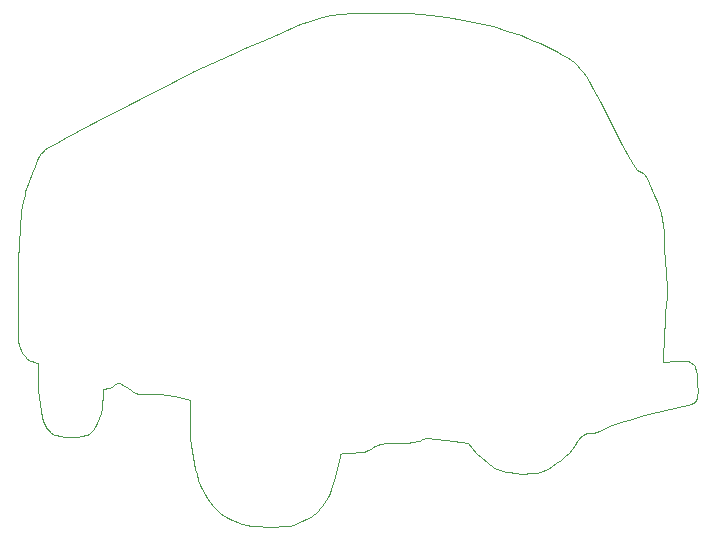
<source format=gbr>
G04 #@! TF.GenerationSoftware,KiCad,Pcbnew,(5.1.2)-1*
G04 #@! TF.CreationDate,2019-05-18T15:03:22-05:00*
G04 #@! TF.ProjectId,van-sao,76616e2d-7361-46f2-9e6b-696361645f70,rev?*
G04 #@! TF.SameCoordinates,Original*
G04 #@! TF.FileFunction,Profile,NP*
%FSLAX46Y46*%
G04 Gerber Fmt 4.6, Leading zero omitted, Abs format (unit mm)*
G04 Created by KiCad (PCBNEW (5.1.2)-1) date 2019-05-18 15:03:22*
%MOMM*%
%LPD*%
G04 APERTURE LIST*
%ADD10C,0.100000*%
G04 APERTURE END LIST*
D10*
X-2220703Y21603516D02*
X-2681673Y21511986D01*
X-2681673Y21511986D02*
X-3277370Y21341432D01*
X-3277370Y21341432D02*
X-4003426Y21094890D01*
X-4003426Y21094890D02*
X-4855469Y20775391D01*
X-4855469Y20775391D02*
X-5823413Y20376075D01*
X-5823413Y20376075D02*
X-6901489Y19903242D01*
X-6901489Y19903242D02*
X-8091810Y19379667D01*
X-8091810Y19379667D02*
X-9396484Y18828125D01*
X-9396484Y18828125D02*
X-10829071Y18216935D01*
X-10829071Y18216935D02*
X-12323164Y17535542D01*
X-12323164Y17535542D02*
X-13877939Y16790499D01*
X-13877939Y16790499D02*
X-15492572Y15988357D01*
X-15492572Y15988357D02*
X-18898116Y14238985D01*
X-18898116Y14238985D02*
X-22533203Y12339844D01*
X-22533203Y12339844D02*
X-24910289Y11089127D01*
X-24910289Y11089127D02*
X-25659031Y10675196D01*
X-25659031Y10675196D02*
X-26185547Y10355469D01*
X-26185547Y10355469D02*
X-26543247Y10092995D01*
X-26543247Y10092995D02*
X-26674712Y9972523D01*
X-26674712Y9972523D02*
X-26782764Y9854239D01*
X-26782764Y9854239D02*
X-26953165Y9609262D01*
X-26953165Y9609262D02*
X-27103516Y9328125D01*
X-27103516Y9328125D02*
X-27351359Y8796780D01*
X-27351359Y8796780D02*
X-27601824Y8184711D01*
X-27601824Y8184711D02*
X-27843858Y7527163D01*
X-27843858Y7527163D02*
X-28066406Y6859375D01*
X-28066406Y6859375D02*
X-28120376Y6633710D01*
X-28120376Y6633710D02*
X-28167966Y6416016D01*
X-28167966Y6416016D02*
X-28192106Y6352256D01*
X-28192106Y6352256D02*
X-28187506Y6322266D01*
X-28187506Y6322266D02*
X-28316879Y5813263D01*
X-28316879Y5813263D02*
X-28402349Y5378906D01*
X-28402349Y5378906D02*
X-28410049Y5342436D01*
X-28410049Y5342436D02*
X-28410184Y5347636D01*
X-28410184Y5347636D02*
X-28484124Y5046298D01*
X-28484124Y5046298D02*
X-28521804Y4895351D01*
X-28521804Y4895351D02*
X-28537134Y4785136D01*
X-28537134Y4785136D02*
X-28568374Y3720168D01*
X-28568374Y3720168D02*
X-28660184Y2037089D01*
X-28660184Y2037089D02*
X-28711924Y964510D01*
X-28711924Y964510D02*
X-28752694Y-385540D01*
X-28752694Y-385540D02*
X-28778454Y-1841170D01*
X-28778454Y-1841170D02*
X-28785154Y-3230489D01*
X-28785154Y-3230489D02*
X-28769804Y-4981757D01*
X-28769804Y-4981757D02*
X-28750524Y-5567220D01*
X-28750524Y-5567220D02*
X-28718744Y-6007832D01*
X-28718744Y-6007832D02*
X-28669684Y-6340925D01*
X-28669684Y-6340925D02*
X-28599314Y-6601030D01*
X-28599314Y-6601030D02*
X-28505164Y-6820396D01*
X-28505164Y-6820396D02*
X-28384764Y-7031270D01*
X-28384764Y-7031270D02*
X-28179512Y-7315381D01*
X-28179512Y-7315381D02*
X-27952309Y-7538503D01*
X-27952309Y-7538503D02*
X-27830749Y-7626503D01*
X-27830749Y-7626503D02*
X-27704028Y-7698433D01*
X-27704028Y-7698433D02*
X-27572257Y-7754023D01*
X-27572257Y-7754023D02*
X-27435545Y-7792983D01*
X-27435545Y-7792983D02*
X-27162107Y-7867203D01*
X-27162107Y-7867203D02*
X-27094807Y-7904863D01*
X-27094807Y-7904863D02*
X-27058587Y-7949233D01*
X-27058587Y-7949233D02*
X-27038307Y-8019773D01*
X-27038307Y-8019773D02*
X-27032207Y-8133799D01*
X-27032207Y-8133799D02*
X-27060607Y-8517593D01*
X-27060607Y-8517593D02*
X-27084687Y-8965208D01*
X-27084687Y-8965208D02*
X-27076587Y-9516159D01*
X-27076587Y-9516159D02*
X-27040947Y-10131792D01*
X-27040947Y-10131792D02*
X-26982517Y-10773453D01*
X-26982517Y-10773453D02*
X-26906257Y-11400351D01*
X-26906257Y-11400351D02*
X-26815677Y-11972825D01*
X-26815677Y-11972825D02*
X-26713301Y-12453913D01*
X-26713301Y-12453913D02*
X-26601663Y-12806656D01*
X-26601663Y-12806656D02*
X-26432418Y-13177291D01*
X-26432418Y-13177291D02*
X-26255904Y-13477663D01*
X-26255904Y-13477663D02*
X-26160484Y-13603299D01*
X-26160484Y-13603299D02*
X-26057930Y-13713528D01*
X-26057930Y-13713528D02*
X-25946466Y-13809068D01*
X-25946466Y-13809068D02*
X-25824316Y-13890638D01*
X-25824316Y-13890638D02*
X-25690778Y-13958668D01*
X-25690778Y-13958668D02*
X-25545256Y-14013878D01*
X-25545256Y-14013878D02*
X-25211812Y-14090458D01*
X-25211812Y-14090458D02*
X-24811084Y-14129628D01*
X-24811084Y-14129628D02*
X-24330175Y-14140628D01*
X-24330175Y-14140628D02*
X-23687699Y-14124848D01*
X-23687699Y-14124848D02*
X-23437907Y-14102548D01*
X-23437907Y-14102548D02*
X-23224706Y-14068358D01*
X-23224706Y-14068358D02*
X-23040065Y-14019858D01*
X-23040065Y-14019858D02*
X-22876936Y-13955158D01*
X-22876936Y-13955158D02*
X-22728512Y-13873328D01*
X-22728512Y-13873328D02*
X-22587988Y-13773448D01*
X-22587988Y-13773448D02*
X-22482516Y-13678818D01*
X-22482516Y-13678818D02*
X-22381757Y-13565416D01*
X-22381757Y-13565416D02*
X-22195000Y-13287982D01*
X-22195000Y-13287982D02*
X-22028955Y-12952501D01*
X-22028955Y-12952501D02*
X-21884863Y-12570325D01*
X-21884863Y-12570325D02*
X-21765356Y-12152788D01*
X-21765356Y-12152788D02*
X-21674956Y-11711658D01*
X-21674956Y-11711658D02*
X-21617736Y-11258944D01*
X-21617736Y-11258944D02*
X-21597756Y-10806654D01*
X-21597756Y-10806654D02*
X-21584356Y-10418334D01*
X-21584356Y-10418334D02*
X-21545026Y-10187513D01*
X-21545026Y-10187513D02*
X-21518836Y-10128123D01*
X-21518836Y-10128123D02*
X-21492296Y-10097673D01*
X-21492296Y-10097673D02*
X-21460706Y-10081833D01*
X-21460706Y-10081833D02*
X-21412216Y-10076233D01*
X-21412216Y-10076233D02*
X-21246681Y-10051493D01*
X-21246681Y-10051493D02*
X-21048935Y-9986393D01*
X-21048935Y-9986393D02*
X-20829912Y-9892383D01*
X-20829912Y-9892383D02*
X-20613388Y-9777405D01*
X-20613388Y-9777405D02*
X-20334091Y-9628967D01*
X-20334091Y-9628967D02*
X-20239631Y-9604137D01*
X-20239631Y-9604137D02*
X-20150501Y-9609437D01*
X-20150501Y-9609437D02*
X-20041180Y-9649057D01*
X-20041180Y-9649057D02*
X-19896526Y-9730497D01*
X-19896526Y-9730497D02*
X-19457141Y-10033260D01*
X-19457141Y-10033260D02*
X-19208788Y-10207508D01*
X-19208788Y-10207508D02*
X-18993665Y-10342624D01*
X-18993665Y-10342624D02*
X-18792017Y-10442204D01*
X-18792017Y-10442204D02*
X-18584094Y-10509824D01*
X-18584094Y-10509824D02*
X-18352599Y-10549414D01*
X-18352599Y-10549414D02*
X-18079439Y-10566294D01*
X-18079439Y-10566294D02*
X-17324329Y-10554744D01*
X-17324329Y-10554744D02*
X-16699216Y-10554733D01*
X-16699216Y-10554733D02*
X-16113452Y-10595543D01*
X-16113452Y-10595543D02*
X-15574533Y-10676013D01*
X-15574533Y-10676013D02*
X-15089954Y-10794973D01*
X-15089954Y-10794973D02*
X-14207141Y-11062551D01*
X-14207141Y-11062551D02*
X-14201241Y-13078176D01*
X-14201241Y-13078176D02*
X-14191171Y-13671529D01*
X-14191171Y-13671529D02*
X-14163461Y-14247764D01*
X-14163461Y-14247764D02*
X-14118211Y-14806442D01*
X-14118211Y-14806442D02*
X-14055521Y-15347123D01*
X-14055521Y-15347123D02*
X-13975491Y-15869368D01*
X-13975491Y-15869368D02*
X-13878211Y-16372737D01*
X-13878211Y-16372737D02*
X-13763785Y-16856791D01*
X-13763785Y-16856791D02*
X-13632311Y-17321089D01*
X-13632311Y-17321089D02*
X-13483888Y-17765193D01*
X-13483888Y-17765193D02*
X-13318612Y-18188662D01*
X-13318612Y-18188662D02*
X-13136584Y-18591057D01*
X-13136584Y-18591057D02*
X-12937901Y-18971939D01*
X-12937901Y-18971939D02*
X-12722661Y-19330867D01*
X-12722661Y-19330867D02*
X-12490963Y-19667402D01*
X-12490963Y-19667402D02*
X-12242906Y-19981105D01*
X-12242906Y-19981105D02*
X-11978587Y-20271535D01*
X-11978587Y-20271535D02*
X-11767464Y-20479785D01*
X-11767464Y-20479785D02*
X-11571551Y-20653538D01*
X-11571551Y-20653538D02*
X-11377028Y-20801639D01*
X-11377028Y-20801639D02*
X-11170071Y-20932930D01*
X-11170071Y-20932930D02*
X-10936860Y-21056253D01*
X-10936860Y-21056253D02*
X-10663572Y-21180452D01*
X-10663572Y-21180452D02*
X-9941477Y-21466848D01*
X-9941477Y-21466848D02*
X-9951277Y-21482478D01*
X-9951277Y-21482478D02*
X-9859477Y-21515678D01*
X-9859477Y-21515678D02*
X-9693916Y-21566198D01*
X-9693916Y-21566198D02*
X-9488329Y-21609648D01*
X-9488329Y-21609648D02*
X-8974711Y-21677788D01*
X-8974711Y-21677788D02*
X-8357698Y-21723478D01*
X-8357698Y-21723478D02*
X-7685649Y-21746148D01*
X-7685649Y-21746148D02*
X-7007971Y-21745296D01*
X-7007971Y-21745296D02*
X-6371088Y-21719856D01*
X-6371088Y-21719856D02*
X-5819708Y-21668006D01*
X-5819708Y-21668006D02*
X-5398540Y-21587946D01*
X-5398540Y-21587946D02*
X-5092969Y-21480904D01*
X-5092969Y-21480904D02*
X-4727465Y-21318823D01*
X-4727465Y-21318823D02*
X-4344471Y-21122358D01*
X-4344471Y-21122358D02*
X-3986430Y-20912164D01*
X-3986430Y-20912164D02*
X-3759681Y-20757875D01*
X-3759681Y-20757875D02*
X-3546993Y-20590643D01*
X-3546993Y-20590643D02*
X-3347466Y-20408567D01*
X-3347466Y-20408567D02*
X-3160199Y-20209747D01*
X-3160199Y-20209747D02*
X-2984292Y-19992284D01*
X-2984292Y-19992284D02*
X-2818845Y-19754278D01*
X-2818845Y-19754278D02*
X-2662957Y-19493830D01*
X-2662957Y-19493830D02*
X-2515727Y-19209039D01*
X-2515727Y-19209039D02*
X-2376075Y-18898004D01*
X-2376075Y-18898004D02*
X-2242827Y-18558663D01*
X-2242827Y-18558663D02*
X-1991387Y-17786528D01*
X-1991387Y-17786528D02*
X-1753093Y-16875550D01*
X-1753093Y-16875550D02*
X-1519633Y-15808649D01*
X-1519633Y-15808649D02*
X-1493173Y-15703473D01*
X-1493173Y-15703473D02*
X-1461043Y-15632863D01*
X-1461043Y-15632863D02*
X-1416723Y-15586493D01*
X-1416723Y-15586493D02*
X-1341903Y-15550833D01*
X-1341903Y-15550833D02*
X-1218048Y-15523023D01*
X-1218048Y-15523023D02*
X-1036528Y-15504873D01*
X-1036528Y-15504873D02*
X-470809Y-15490283D01*
X-470809Y-15490283D02*
X79800Y-15466863D01*
X79800Y-15466863D02*
X313096Y-15437603D01*
X313096Y-15437603D02*
X526622Y-15394603D01*
X526622Y-15394603D02*
X726553Y-15336343D01*
X726553Y-15336343D02*
X919064Y-15261293D01*
X919064Y-15261293D02*
X1110333Y-15167933D01*
X1110333Y-15167933D02*
X1306535Y-15054732D01*
X1306535Y-15054732D02*
X1511205Y-14935116D01*
X1511205Y-14935116D02*
X1700905Y-14842076D01*
X1700905Y-14842076D02*
X1892638Y-14771866D01*
X1892638Y-14771866D02*
X2103410Y-14720746D01*
X2103410Y-14720746D02*
X2350655Y-14685426D01*
X2350655Y-14685426D02*
X2650540Y-14663356D01*
X2650540Y-14663356D02*
X3468644Y-14648476D01*
X3468644Y-14648476D02*
X4157370Y-14633796D01*
X4157370Y-14633796D02*
X4704972Y-14589886D01*
X4704972Y-14589886D02*
X5110122Y-14517346D01*
X5110122Y-14517346D02*
X5260925Y-14467136D01*
X5260925Y-14467136D02*
X5378800Y-14404346D01*
X5378800Y-14404346D02*
X5477460Y-14347166D01*
X5477460Y-14347166D02*
X5593357Y-14306926D01*
X5593357Y-14306926D02*
X5743088Y-14283656D01*
X5743088Y-14283656D02*
X5943250Y-14277356D01*
X5943250Y-14277356D02*
X6548717Y-14319936D01*
X6548717Y-14319936D02*
X7509657Y-14439465D01*
X7509657Y-14439465D02*
X9333875Y-14685559D01*
X9333875Y-14685559D02*
X10064344Y-15498059D01*
X10064344Y-15498059D02*
X10494517Y-15942588D01*
X10494517Y-15942588D02*
X10924773Y-16315806D01*
X10924773Y-16315806D02*
X11142469Y-16476835D01*
X11142469Y-16476835D02*
X11363231Y-16621429D01*
X11363231Y-16621429D02*
X11588074Y-16750053D01*
X11588074Y-16750053D02*
X11818013Y-16863171D01*
X11818013Y-16863171D02*
X12054063Y-16961251D01*
X12054063Y-16961251D02*
X12297238Y-17044751D01*
X12297238Y-17044751D02*
X12548555Y-17114141D01*
X12548555Y-17114141D02*
X12809028Y-17169881D01*
X12809028Y-17169881D02*
X13361502Y-17242271D01*
X13361502Y-17242271D02*
X13962782Y-17265641D01*
X13962782Y-17265641D02*
X14672133Y-17248271D01*
X14672133Y-17248271D02*
X14958641Y-17223641D01*
X14958641Y-17223641D02*
X15212509Y-17185921D01*
X15212509Y-17185921D02*
X15443340Y-17133261D01*
X15443340Y-17133261D02*
X15660737Y-17063821D01*
X15660737Y-17063821D02*
X15874303Y-16975751D01*
X15874303Y-16975751D02*
X16093641Y-16867205D01*
X16093641Y-16867205D02*
X16462537Y-16651659D01*
X16462537Y-16651659D02*
X16836522Y-16395713D01*
X16836522Y-16395713D02*
X17205308Y-16108715D01*
X17205308Y-16108715D02*
X17558608Y-15800015D01*
X17558608Y-15800015D02*
X17886137Y-15478962D01*
X17886137Y-15478962D02*
X18177606Y-15154905D01*
X18177606Y-15154905D02*
X18422729Y-14837192D01*
X18422729Y-14837192D02*
X18611219Y-14535173D01*
X18611219Y-14535173D02*
X18725574Y-14343676D01*
X18725574Y-14343676D02*
X18844649Y-14187621D01*
X18844649Y-14187621D02*
X18972497Y-14063252D01*
X18972497Y-14063252D02*
X19113172Y-13966812D01*
X19113172Y-13966812D02*
X19272202Y-13894432D01*
X19272202Y-13894432D02*
X19455545Y-13843842D01*
X19455545Y-13843842D02*
X19667896Y-13813722D01*
X19667896Y-13813722D02*
X19913953Y-13802752D01*
X19913953Y-13802752D02*
X20015520Y-13788282D01*
X20015520Y-13788282D02*
X20146375Y-13750022D01*
X20146375Y-13750022D02*
X20523329Y-13619163D01*
X20523329Y-13619163D02*
X20912106Y-13430403D01*
X20912106Y-13430403D02*
X21516963Y-13191717D01*
X21516963Y-13191717D02*
X22299809Y-12918552D01*
X22299809Y-12918552D02*
X23222552Y-12626357D01*
X23222552Y-12626357D02*
X24247102Y-12330580D01*
X24247102Y-12330580D02*
X25335367Y-12046671D01*
X25335367Y-12046671D02*
X26449255Y-11790076D01*
X26449255Y-11790076D02*
X27550675Y-11576246D01*
X27550675Y-11576246D02*
X27959413Y-11476396D01*
X27959413Y-11476396D02*
X28210832Y-11386796D01*
X28210832Y-11386796D02*
X28398279Y-11279298D01*
X28398279Y-11279298D02*
X28548722Y-11162186D01*
X28548722Y-11162186D02*
X28662153Y-11017607D01*
X28662153Y-11017607D02*
X28736223Y-10836015D01*
X28736223Y-10836015D02*
X28774743Y-10609420D01*
X28774743Y-10609420D02*
X28785263Y-10321941D01*
X28785263Y-10321941D02*
X28744023Y-9492265D01*
X28744023Y-9492265D02*
X28697313Y-8944959D01*
X28697313Y-8944959D02*
X28630743Y-8517655D01*
X28630743Y-8517655D02*
X28584333Y-8342760D01*
X28584333Y-8342760D02*
X28525503Y-8191141D01*
X28525503Y-8191141D02*
X28451423Y-8062153D01*
X28451423Y-8062153D02*
X28359263Y-7955155D01*
X28359263Y-7955155D02*
X28247984Y-7870675D01*
X28247984Y-7870675D02*
X28118274Y-7808185D01*
X28118274Y-7808185D02*
X27969898Y-7765475D01*
X27969898Y-7765475D02*
X27802622Y-7740315D01*
X27802622Y-7740315D02*
X27403572Y-7731415D01*
X27403572Y-7731415D02*
X26900279Y-7761815D01*
X26900279Y-7761815D02*
X25882700Y-7841895D01*
X25882700Y-7841895D02*
X25953010Y-5451270D01*
X25953010Y-5451270D02*
X25993350Y-4463891D01*
X25993350Y-4463891D02*
X26050670Y-3609473D01*
X26050670Y-3609473D02*
X26119030Y-2982520D01*
X26119030Y-2982520D02*
X26162190Y-2207910D01*
X26162190Y-2207910D02*
X26160890Y-1444940D01*
X26160890Y-1444940D02*
X26101070Y-239320D01*
X26101070Y-239320D02*
X25968610Y1863240D01*
X25968610Y1863240D02*
X25949390Y2589715D01*
X25949390Y2589715D02*
X25913500Y3227198D01*
X25913500Y3227198D02*
X25857030Y3796483D01*
X25857030Y3796483D02*
X25776050Y4318359D01*
X25776050Y4318359D02*
X25666654Y4813619D01*
X25666654Y4813619D02*
X25524920Y5303054D01*
X25524920Y5303054D02*
X25346930Y5807456D01*
X25346930Y5807456D02*
X25128767Y6347615D01*
X25128767Y6347615D02*
X24712709Y7311151D01*
X24712709Y7311151D02*
X24562774Y7624123D01*
X24562774Y7624123D02*
X24431502Y7855428D01*
X24431502Y7855428D02*
X24303237Y8026178D01*
X24303237Y8026178D02*
X24165316Y8155706D01*
X24165316Y8155706D02*
X24007166Y8264490D01*
X24007166Y8264490D02*
X23818220Y8373006D01*
X23818220Y8373006D02*
X23684031Y8477757D01*
X23684031Y8477757D02*
X23514498Y8672295D01*
X23514498Y8672295D02*
X23302002Y8975001D01*
X23302002Y8975001D02*
X23038923Y9404256D01*
X23038923Y9404256D02*
X22716145Y9977870D01*
X22716145Y9977870D02*
X22322608Y10713720D01*
X22322608Y10713720D02*
X21281111Y12746053D01*
X21281111Y12746053D02*
X20495278Y14298499D01*
X20495278Y14298499D02*
X19872440Y15479841D01*
X19872440Y15479841D02*
X19601646Y15954789D01*
X19601646Y15954789D02*
X19347004Y16365089D01*
X19347004Y16365089D02*
X19100314Y16720120D01*
X19100314Y16720120D02*
X18853377Y17029256D01*
X18853377Y17029256D02*
X18598507Y17301056D01*
X18598507Y17301056D02*
X18328279Y17544032D01*
X18328279Y17544032D02*
X18034884Y17767494D01*
X18034884Y17767494D02*
X17710514Y17980751D01*
X17710514Y17980751D02*
X17347362Y18193114D01*
X17347362Y18193114D02*
X16937619Y18413891D01*
X16937619Y18413891D02*
X15947127Y18917928D01*
X15947127Y18917928D02*
X15441292Y19163733D01*
X15441292Y19163733D02*
X14919557Y19399563D01*
X14919557Y19399563D02*
X14382429Y19625283D01*
X14382429Y19625283D02*
X13830416Y19840757D01*
X13830416Y19840757D02*
X12683772Y20240427D01*
X12683772Y20240427D02*
X11483690Y20597493D01*
X11483690Y20597493D02*
X10234238Y20910873D01*
X10234238Y20910873D02*
X8939483Y21179486D01*
X8939483Y21179486D02*
X7603492Y21402250D01*
X7603492Y21402250D02*
X6230330Y21578084D01*
X6230330Y21578084D02*
X5367984Y21649264D01*
X5367984Y21649264D02*
X4303291Y21701554D01*
X4303291Y21701554D02*
X3109703Y21734684D01*
X3109703Y21734684D02*
X1860671Y21748384D01*
X1860671Y21748384D02*
X629649Y21742384D01*
X629649Y21742384D02*
X-509912Y21716414D01*
X-509912Y21716414D02*
X-1484560Y21670194D01*
X-1484560Y21670194D02*
X-2220842Y21603464D01*
X-2220842Y21603464D02*
X-2220792Y21603467D01*
M02*

</source>
